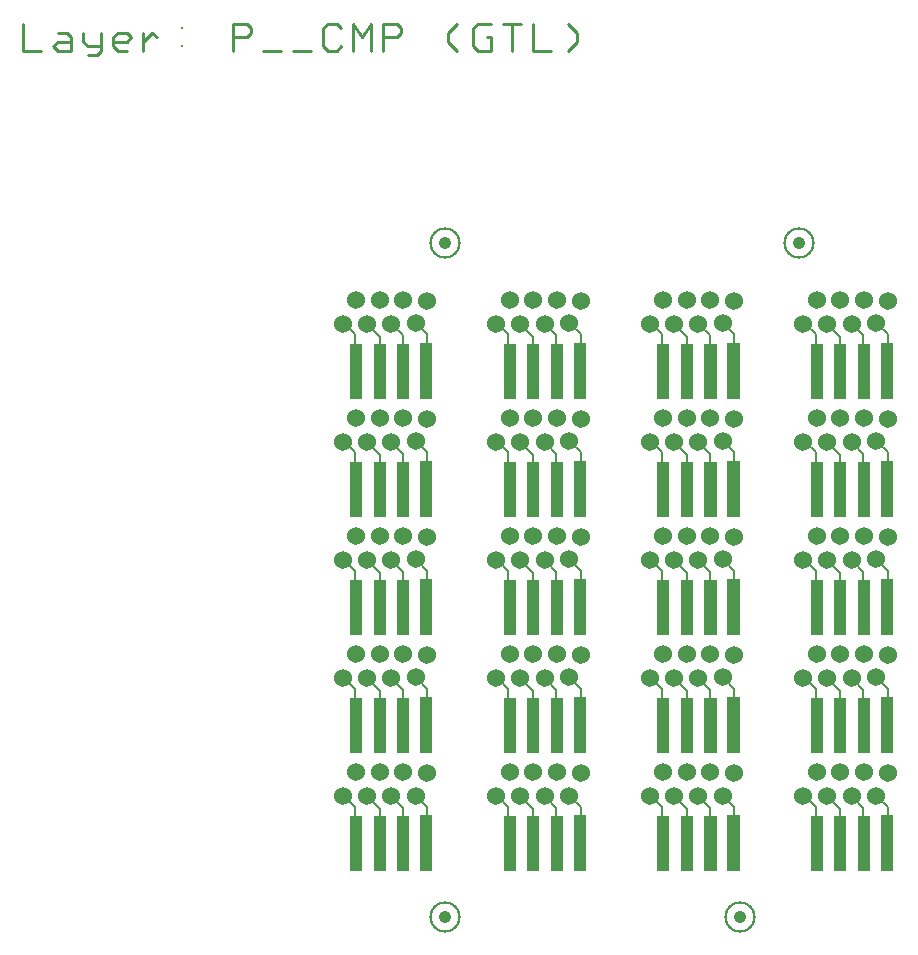
<source format=gtl>
*
%FSTAX26Y26*%
%MOIN*%
%ADD10C,0.007000*%
%ADD11C,0.060275*%
%ADD12C,0.041339*%
%ADD13C,0.104331X0.088583*%
%ADD14C,0.010000*%
%IPPOS*%
%LNp_cmp(gtl)*%
%LPD*%
G75*
G54D10*
X00334646Y00503937D02*
Y00468504D01*
Y00503937D02*
X00297244Y00541339D01*
X00253937Y005D02*
Y00466535D01*
Y005D02*
X00214567Y0053937D01*
X00094488Y00503937D02*
Y00462598D01*
Y00503937D02*
X00059055Y0053937D01*
X00177165Y00496063D02*
Y00470472D01*
Y00496063D02*
X00133858Y0053937D01*
G54D11*
X00098425Y0061811D03*
X00133858Y0053937D03*
X00255906Y0061811D03*
X00297244Y00541339D03*
X00334646Y00616142D03*
X0005315Y0053937D03*
X00177165Y0061811D03*
X00214567Y0053937D03*
G54D10*
X00334646Y00897638D02*
Y00862205D01*
Y00897638D02*
X00297244Y00935039D01*
X00253937Y00893701D02*
Y00860236D01*
Y00893701D02*
X00214567Y00933071D01*
X00094488Y00897638D02*
Y00856299D01*
Y00897638D02*
X00059055Y00933071D01*
X00177165Y00889764D02*
Y00864173D01*
Y00889764D02*
X00133858Y00933071D01*
G54D11*
X00098425Y01011811D03*
X00133858Y00933071D03*
X00255906Y01011811D03*
X00297244Y00935039D03*
X00334646Y01009843D03*
X0005315Y00933071D03*
X00177165Y01011811D03*
X00214567Y00933071D03*
G54D10*
X00334646Y01291339D02*
Y01255906D01*
Y01291339D02*
X00297244Y0132874D01*
X00253937Y01287402D02*
Y01253937D01*
Y01287402D02*
X00214567Y01326772D01*
X00094488Y01291339D02*
Y0125D01*
Y01291339D02*
X00059055Y01326772D01*
X00177165Y01283465D02*
Y01257874D01*
Y01283465D02*
X00133858Y01326772D01*
G54D11*
X00098425Y01405512D03*
X00133858Y01326772D03*
X00255906Y01405512D03*
X00297244Y0132874D03*
X00334646Y01403543D03*
X0005315Y01326772D03*
X00177165Y01405512D03*
X00214567Y01326772D03*
G54D10*
X00334646Y01685039D02*
Y01649606D01*
Y01685039D02*
X00297244Y01722441D01*
X00253937Y01681102D02*
Y01647638D01*
Y01681102D02*
X00214567Y01720472D01*
X00094488Y01685039D02*
Y01643701D01*
Y01685039D02*
X00059055Y01720472D01*
X00177165Y01677165D02*
Y01651575D01*
Y01677165D02*
X00133858Y01720472D01*
G54D11*
X00098425Y01799213D03*
X00133858Y01720472D03*
X00255906Y01799213D03*
X00297244Y01722441D03*
X00334646Y01797244D03*
X0005315Y01720472D03*
X00177165Y01799213D03*
X00214567Y01720472D03*
G54D10*
X00334646Y0207874D02*
Y02043307D01*
Y0207874D02*
X00297244Y02116142D01*
X00253937Y02074803D02*
Y02041339D01*
Y02074803D02*
X00214567Y02114173D01*
X00094488Y0207874D02*
Y02037402D01*
Y0207874D02*
X00059055Y02114173D01*
X00177165Y02070866D02*
Y02045276D01*
Y02070866D02*
X00133858Y02114173D01*
G54D11*
X00098425Y02192913D03*
X00133858Y02114173D03*
X00255906Y02192913D03*
X00297244Y02116142D03*
X00334646Y02190945D03*
X0005315Y02114173D03*
X00177165Y02192913D03*
X00214567Y02114173D03*
G54D10*
X00846457Y00503937D02*
Y00468504D01*
Y00503937D02*
X00809055Y00541339D01*
X00765748Y005D02*
Y00466535D01*
Y005D02*
X00726378Y0053937D01*
X00606299Y00503937D02*
Y00462598D01*
Y00503937D02*
X00570866Y0053937D01*
X00688976Y00496063D02*
Y00470472D01*
Y00496063D02*
X00645669Y0053937D01*
G54D11*
X00610236Y0061811D03*
X00645669Y0053937D03*
X00767717Y0061811D03*
X00809055Y00541339D03*
X00846457Y00616142D03*
X00564961Y0053937D03*
X00688976Y0061811D03*
X00726378Y0053937D03*
G54D10*
X00846457Y00897638D02*
Y00862205D01*
Y00897638D02*
X00809055Y00935039D01*
X00765748Y00893701D02*
Y00860236D01*
Y00893701D02*
X00726378Y00933071D01*
X00606299Y00897638D02*
Y00856299D01*
Y00897638D02*
X00570866Y00933071D01*
X00688976Y00889764D02*
Y00864173D01*
Y00889764D02*
X00645669Y00933071D01*
G54D11*
X00610236Y01011811D03*
X00645669Y00933071D03*
X00767717Y01011811D03*
X00809055Y00935039D03*
X00846457Y01009843D03*
X00564961Y00933071D03*
X00688976Y01011811D03*
X00726378Y00933071D03*
G54D10*
X00846457Y01291339D02*
Y01255906D01*
Y01291339D02*
X00809055Y0132874D01*
X00765748Y01287402D02*
Y01253937D01*
Y01287402D02*
X00726378Y01326772D01*
X00606299Y01291339D02*
Y0125D01*
Y01291339D02*
X00570866Y01326772D01*
X00688976Y01283465D02*
Y01257874D01*
Y01283465D02*
X00645669Y01326772D01*
G54D11*
X00610236Y01405512D03*
X00645669Y01326772D03*
X00767717Y01405512D03*
X00809055Y0132874D03*
X00846457Y01403543D03*
X00564961Y01326772D03*
X00688976Y01405512D03*
X00726378Y01326772D03*
G54D10*
X00846457Y01685039D02*
Y01649606D01*
Y01685039D02*
X00809055Y01722441D01*
X00765748Y01681102D02*
Y01647638D01*
Y01681102D02*
X00726378Y01720472D01*
X00606299Y01685039D02*
Y01643701D01*
Y01685039D02*
X00570866Y01720472D01*
X00688976Y01677165D02*
Y01651575D01*
Y01677165D02*
X00645669Y01720472D01*
G54D11*
X00610236Y01799213D03*
X00645669Y01720472D03*
X00767717Y01799213D03*
X00809055Y01722441D03*
X00846457Y01797244D03*
X00564961Y01720472D03*
X00688976Y01799213D03*
X00726378Y01720472D03*
G54D10*
X00846457Y0207874D02*
Y02043307D01*
Y0207874D02*
X00809055Y02116142D01*
X00765748Y02074803D02*
Y02041339D01*
Y02074803D02*
X00726378Y02114173D01*
X00606299Y0207874D02*
Y02037402D01*
Y0207874D02*
X00570866Y02114173D01*
X00688976Y02070866D02*
Y02045276D01*
Y02070866D02*
X00645669Y02114173D01*
G54D11*
X00610236Y02192913D03*
X00645669Y02114173D03*
X00767717Y02192913D03*
X00809055Y02116142D03*
X00846457Y02190945D03*
X00564961Y02114173D03*
X00688976Y02192913D03*
X00726378Y02114173D03*
G54D10*
X01358268Y00503937D02*
Y00468504D01*
Y00503937D02*
X01320866Y00541339D01*
X01277559Y005D02*
Y00466535D01*
Y005D02*
X01238189Y0053937D01*
X0111811Y00503937D02*
Y00462598D01*
Y00503937D02*
X01082677Y0053937D01*
X01200787Y00496063D02*
Y00470472D01*
Y00496063D02*
X0115748Y0053937D01*
G54D11*
X01122047Y0061811D03*
X0115748Y0053937D03*
X01279528Y0061811D03*
X01320866Y00541339D03*
X01358268Y00616142D03*
X01076772Y0053937D03*
X01200787Y0061811D03*
X01238189Y0053937D03*
G54D10*
X01358268Y00897638D02*
Y00862205D01*
Y00897638D02*
X01320866Y00935039D01*
X01277559Y00893701D02*
Y00860236D01*
Y00893701D02*
X01238189Y00933071D01*
X0111811Y00897638D02*
Y00856299D01*
Y00897638D02*
X01082677Y00933071D01*
X01200787Y00889764D02*
Y00864173D01*
Y00889764D02*
X0115748Y00933071D01*
G54D11*
X01122047Y01011811D03*
X0115748Y00933071D03*
X01279528Y01011811D03*
X01320866Y00935039D03*
X01358268Y01009843D03*
X01076772Y00933071D03*
X01200787Y01011811D03*
X01238189Y00933071D03*
G54D10*
X01358268Y01291339D02*
Y01255906D01*
Y01291339D02*
X01320866Y0132874D01*
X01277559Y01287402D02*
Y01253937D01*
Y01287402D02*
X01238189Y01326772D01*
X0111811Y01291339D02*
Y0125D01*
Y01291339D02*
X01082677Y01326772D01*
X01200787Y01283465D02*
Y01257874D01*
Y01283465D02*
X0115748Y01326772D01*
G54D11*
X01122047Y01405512D03*
X0115748Y01326772D03*
X01279528Y01405512D03*
X01320866Y0132874D03*
X01358268Y01403543D03*
X01076772Y01326772D03*
X01200787Y01405512D03*
X01238189Y01326772D03*
G54D10*
X01358268Y01685039D02*
Y01649606D01*
Y01685039D02*
X01320866Y01722441D01*
X01277559Y01681102D02*
Y01647638D01*
Y01681102D02*
X01238189Y01720472D01*
X0111811Y01685039D02*
Y01643701D01*
Y01685039D02*
X01082677Y01720472D01*
X01200787Y01677165D02*
Y01651575D01*
Y01677165D02*
X0115748Y01720472D01*
G54D11*
X01122047Y01799213D03*
X0115748Y01720472D03*
X01279528Y01799213D03*
X01320866Y01722441D03*
X01358268Y01797244D03*
X01076772Y01720472D03*
X01200787Y01799213D03*
X01238189Y01720472D03*
G54D10*
X01358268Y0207874D02*
Y02043307D01*
Y0207874D02*
X01320866Y02116142D01*
X01277559Y02074803D02*
Y02041339D01*
Y02074803D02*
X01238189Y02114173D01*
X0111811Y0207874D02*
Y02037402D01*
Y0207874D02*
X01082677Y02114173D01*
X01200787Y02070866D02*
Y02045276D01*
Y02070866D02*
X0115748Y02114173D01*
G54D11*
X01122047Y02192913D03*
X0115748Y02114173D03*
X01279528Y02192913D03*
X01320866Y02116142D03*
X01358268Y02190945D03*
X01076772Y02114173D03*
X01200787Y02192913D03*
X01238189Y02114173D03*
G54D10*
X01870079Y00503937D02*
Y00468504D01*
Y00503937D02*
X01832677Y00541339D01*
X0178937Y005D02*
Y00466535D01*
Y005D02*
X0175Y0053937D01*
X01629921Y00503937D02*
Y00462598D01*
Y00503937D02*
X01594488Y0053937D01*
X01712598Y00496063D02*
Y00470472D01*
Y00496063D02*
X01669291Y0053937D01*
G54D11*
X01633858Y0061811D03*
X01669291Y0053937D03*
X01791339Y0061811D03*
X01832677Y00541339D03*
X01870079Y00616142D03*
X01588583Y0053937D03*
X01712598Y0061811D03*
X0175Y0053937D03*
G54D10*
X01870079Y00897638D02*
Y00862205D01*
Y00897638D02*
X01832677Y00935039D01*
X0178937Y00893701D02*
Y00860236D01*
Y00893701D02*
X0175Y00933071D01*
X01629921Y00897638D02*
Y00856299D01*
Y00897638D02*
X01594488Y00933071D01*
X01712598Y00889764D02*
Y00864173D01*
Y00889764D02*
X01669291Y00933071D01*
G54D11*
X01633858Y01011811D03*
X01669291Y00933071D03*
X01791339Y01011811D03*
X01832677Y00935039D03*
X01870079Y01009843D03*
X01588583Y00933071D03*
X01712598Y01011811D03*
X0175Y00933071D03*
G54D10*
X01870079Y01291339D02*
Y01255906D01*
Y01291339D02*
X01832677Y0132874D01*
X0178937Y01287402D02*
Y01253937D01*
Y01287402D02*
X0175Y01326772D01*
X01629921Y01291339D02*
Y0125D01*
Y01291339D02*
X01594488Y01326772D01*
X01712598Y01283465D02*
Y01257874D01*
Y01283465D02*
X01669291Y01326772D01*
G54D11*
X01633858Y01405512D03*
X01669291Y01326772D03*
X01791339Y01405512D03*
X01832677Y0132874D03*
X01870079Y01403543D03*
X01588583Y01326772D03*
X01712598Y01405512D03*
X0175Y01326772D03*
G54D10*
X01870079Y01685039D02*
Y01649606D01*
Y01685039D02*
X01832677Y01722441D01*
X0178937Y01681102D02*
Y01647638D01*
Y01681102D02*
X0175Y01720472D01*
X01629921Y01685039D02*
Y01643701D01*
Y01685039D02*
X01594488Y01720472D01*
X01712598Y01677165D02*
Y01651575D01*
Y01677165D02*
X01669291Y01720472D01*
G54D11*
X01633858Y01799213D03*
X01669291Y01720472D03*
X01791339Y01799213D03*
X01832677Y01722441D03*
X01870079Y01797244D03*
X01588583Y01720472D03*
X01712598Y01799213D03*
X0175Y01720472D03*
G54D10*
X01870079Y0207874D02*
Y02043307D01*
Y0207874D02*
X01832677Y02116142D01*
X0178937Y02074803D02*
Y02041339D01*
Y02074803D02*
X0175Y02114173D01*
X01629921Y0207874D02*
Y02037402D01*
Y0207874D02*
X01594488Y02114173D01*
X01712598Y02070866D02*
Y02045276D01*
Y02070866D02*
X01669291Y02114173D01*
G54D11*
X01633858Y02192913D03*
X01669291Y02114173D03*
X01791339Y02192913D03*
X01832677Y02116142D03*
X01870079Y02190945D03*
X01588583Y02114173D03*
X01712598Y02192913D03*
X0175Y02114173D03*
G54D12*
X00393701Y00137795D03*
G54D13*
D03*
G54D12*
X01377953D03*
G54D13*
D03*
G54D12*
X00393701Y0238189D03*
G54D13*
D03*
G54D12*
X01574803D03*
G54D13*
D03*
G54D14*
X-01010749Y03114089D02*
Y03024685D01*
X-00951146D01*
X-00895848Y03084288D02*
X-00866047D01*
X-00851146Y03069387D01*
Y03024685D01*
X-00895848D01*
X-00910749Y03039586D01*
X-00895848Y03054486D01*
X-00851146D01*
X-00810749Y03084288D02*
Y03054486D01*
X-00795848Y03039586D01*
X-00751146D01*
Y03084288D02*
Y03024685D01*
X-00766047Y03009784D01*
X-00795848D01*
X-00666047Y03024685D02*
X-00695848D01*
X-00710749Y03039586D01*
Y03069387D01*
X-00695848Y03084288D01*
X-00666047D01*
X-00651146Y03069387D01*
X-00666047Y03054486D01*
X-00710749D01*
X-00610749Y03084288D02*
Y03024685D01*
Y03054486D02*
X-00580948Y03084288D01*
X-00566047Y03069387D01*
X-00480948Y03039586D03*
Y03099188D03*
X-00310749Y03024685D02*
Y03114089D01*
X-00266047D01*
X-00251146Y03099188D01*
Y03084288D01*
X-00266047Y03069387D01*
X-00310749D01*
X-00210749Y03024685D02*
X-00151146D01*
X-00110749D02*
X-00051146D01*
X00048854Y03039586D02*
X00033953Y03024685D01*
X00004152D01*
X-00010749Y03039586D01*
Y03099188D01*
X00004152Y03114089D01*
X00033953D01*
X00048854Y03099188D01*
X00089251Y03024685D02*
Y03114089D01*
X00119052Y03069387D01*
X00148854Y03114089D01*
Y03024685D01*
X00189251D02*
Y03114089D01*
X00233953D01*
X00248854Y03099188D01*
Y03084288D01*
X00233953Y03069387D01*
X00189251D01*
X00433953Y03024685D02*
X00404152Y03054486D01*
Y03084288D01*
X00433953Y03114089D01*
X00504152D02*
X00548854D01*
X00504152D02*
X00489251Y03099188D01*
Y03039586D01*
X00504152Y03024685D01*
X00548854D01*
Y03069387D01*
X00533953D01*
X00589251Y03114089D02*
X00648854D01*
X00619052D02*
Y03024685D01*
X00689251Y03114089D02*
Y03024685D01*
X00748854D01*
X00804152D02*
X00833953Y03054486D01*
Y03084288D01*
X00804152Y03114089D01*
G36*
X0007824Y00289591D02*
Y00472941D01*
X0011861D01*
Y00289591D01*
X0007824D01*
G37*
G36*
Y00683291D02*
Y00866641D01*
X0011861D01*
Y00683291D01*
X0007824D01*
G37*
G36*
Y01076992D02*
Y01260342D01*
X0011861D01*
Y01076992D01*
X0007824D01*
G37*
G36*
Y01470693D02*
Y01654043D01*
X0011861D01*
Y01470693D01*
X0007824D01*
G37*
G36*
Y01864394D02*
Y02047744D01*
X0011861D01*
Y01864394D01*
X0007824D01*
G37*
G36*
X0015698Y00289591D02*
Y00472941D01*
X0019735D01*
Y00289591D01*
X0015698D01*
G37*
G36*
Y00683291D02*
Y00866641D01*
X0019735D01*
Y00683291D01*
X0015698D01*
G37*
G36*
Y01076992D02*
Y01260342D01*
X0019735D01*
Y01076992D01*
X0015698D01*
G37*
G36*
Y01470693D02*
Y01654043D01*
X0019735D01*
Y01470693D01*
X0015698D01*
G37*
G36*
Y01864394D02*
Y02047744D01*
X0019735D01*
Y01864394D01*
X0015698D01*
G37*
G36*
X00235721Y00289591D02*
Y00472941D01*
X0027609D01*
Y00289591D01*
X00235721D01*
G37*
G36*
Y00683291D02*
Y00866641D01*
X0027609D01*
Y00683291D01*
X00235721D01*
G37*
G36*
Y01076992D02*
Y01260342D01*
X0027609D01*
Y01076992D01*
X00235721D01*
G37*
G36*
Y01470693D02*
Y01654043D01*
X0027609D01*
Y01470693D01*
X00235721D01*
G37*
G36*
Y01864394D02*
Y02047744D01*
X0027609D01*
Y01864394D01*
X00235721D01*
G37*
G36*
X00312492Y00289591D02*
Y00474909D01*
X00352862D01*
Y00289591D01*
X00312492D01*
G37*
G36*
Y00683291D02*
Y0086861D01*
X00352862D01*
Y00683291D01*
X00312492D01*
G37*
G36*
Y01076992D02*
Y01262311D01*
X00352862D01*
Y01076992D01*
X00312492D01*
G37*
G36*
Y01470693D02*
Y01656012D01*
X00352862D01*
Y01470693D01*
X00312492D01*
G37*
G36*
Y01864394D02*
Y02049712D01*
X00352862D01*
Y01864394D01*
X00312492D01*
G37*
G36*
X00590051Y00289591D02*
Y00472941D01*
X00630421D01*
Y00289591D01*
X00590051D01*
G37*
G36*
Y00683291D02*
Y00866641D01*
X00630421D01*
Y00683291D01*
X00590051D01*
G37*
G36*
Y01076992D02*
Y01260342D01*
X00630421D01*
Y01076992D01*
X00590051D01*
G37*
G36*
Y01470693D02*
Y01654043D01*
X00630421D01*
Y01470693D01*
X00590051D01*
G37*
G36*
Y01864394D02*
Y02047744D01*
X00630421D01*
Y01864394D01*
X00590051D01*
G37*
G36*
X00668791Y00289591D02*
Y00472941D01*
X00709161D01*
Y00289591D01*
X00668791D01*
G37*
G36*
Y00683291D02*
Y00866641D01*
X00709161D01*
Y00683291D01*
X00668791D01*
G37*
G36*
Y01076992D02*
Y01260342D01*
X00709161D01*
Y01076992D01*
X00668791D01*
G37*
G36*
Y01470693D02*
Y01654043D01*
X00709161D01*
Y01470693D01*
X00668791D01*
G37*
G36*
Y01864394D02*
Y02047744D01*
X00709161D01*
Y01864394D01*
X00668791D01*
G37*
G36*
X00747532Y00289591D02*
Y00472941D01*
X00787901D01*
Y00289591D01*
X00747532D01*
G37*
G36*
Y00683291D02*
Y00866641D01*
X00787901D01*
Y00683291D01*
X00747532D01*
G37*
G36*
Y01076992D02*
Y01260342D01*
X00787901D01*
Y01076992D01*
X00747532D01*
G37*
G36*
Y01470693D02*
Y01654043D01*
X00787901D01*
Y01470693D01*
X00747532D01*
G37*
G36*
Y01864394D02*
Y02047744D01*
X00787901D01*
Y01864394D01*
X00747532D01*
G37*
G36*
X00824303Y00289591D02*
Y00474909D01*
X00864673D01*
Y00289591D01*
X00824303D01*
G37*
G36*
Y00683291D02*
Y0086861D01*
X00864673D01*
Y00683291D01*
X00824303D01*
G37*
G36*
Y01076992D02*
Y01262311D01*
X00864673D01*
Y01076992D01*
X00824303D01*
G37*
G36*
Y01470693D02*
Y01656012D01*
X00864673D01*
Y01470693D01*
X00824303D01*
G37*
G36*
Y01864394D02*
Y02049712D01*
X00864673D01*
Y01864394D01*
X00824303D01*
G37*
G36*
X01101862Y00289591D02*
Y00472941D01*
X01142232D01*
Y00289591D01*
X01101862D01*
G37*
G36*
Y00683291D02*
Y00866641D01*
X01142232D01*
Y00683291D01*
X01101862D01*
G37*
G36*
Y01076992D02*
Y01260342D01*
X01142232D01*
Y01076992D01*
X01101862D01*
G37*
G36*
Y01470693D02*
Y01654043D01*
X01142232D01*
Y01470693D01*
X01101862D01*
G37*
G36*
Y01864394D02*
Y02047744D01*
X01142232D01*
Y01864394D01*
X01101862D01*
G37*
G36*
X01180602Y00289591D02*
Y00472941D01*
X01220972D01*
Y00289591D01*
X01180602D01*
G37*
G36*
Y00683291D02*
Y00866641D01*
X01220972D01*
Y00683291D01*
X01180602D01*
G37*
G36*
Y01076992D02*
Y01260342D01*
X01220972D01*
Y01076992D01*
X01180602D01*
G37*
G36*
Y01470693D02*
Y01654043D01*
X01220972D01*
Y01470693D01*
X01180602D01*
G37*
G36*
Y01864394D02*
Y02047744D01*
X01220972D01*
Y01864394D01*
X01180602D01*
G37*
G36*
X01259343Y00289591D02*
Y00472941D01*
X01299713D01*
Y00289591D01*
X01259343D01*
G37*
G36*
Y00683291D02*
Y00866641D01*
X01299713D01*
Y00683291D01*
X01259343D01*
G37*
G36*
Y01076992D02*
Y01260342D01*
X01299713D01*
Y01076992D01*
X01259343D01*
G37*
G36*
Y01470693D02*
Y01654043D01*
X01299713D01*
Y01470693D01*
X01259343D01*
G37*
G36*
Y01864394D02*
Y02047744D01*
X01299713D01*
Y01864394D01*
X01259343D01*
G37*
G36*
X01336114Y00289591D02*
Y00474909D01*
X01376484D01*
Y00289591D01*
X01336114D01*
G37*
G36*
Y00683291D02*
Y0086861D01*
X01376484D01*
Y00683291D01*
X01336114D01*
G37*
G36*
Y01076992D02*
Y01262311D01*
X01376484D01*
Y01076992D01*
X01336114D01*
G37*
G36*
Y01470693D02*
Y01656012D01*
X01376484D01*
Y01470693D01*
X01336114D01*
G37*
G36*
Y01864394D02*
Y02049712D01*
X01376484D01*
Y01864394D01*
X01336114D01*
G37*
G36*
X01613673Y00289591D02*
Y00472941D01*
X01654043D01*
Y00289591D01*
X01613673D01*
G37*
G36*
Y00683291D02*
Y00866641D01*
X01654043D01*
Y00683291D01*
X01613673D01*
G37*
G36*
Y01076992D02*
Y01260342D01*
X01654043D01*
Y01076992D01*
X01613673D01*
G37*
G36*
Y01470693D02*
Y01654043D01*
X01654043D01*
Y01470693D01*
X01613673D01*
G37*
G36*
Y01864394D02*
Y02047744D01*
X01654043D01*
Y01864394D01*
X01613673D01*
G37*
G36*
X01692413Y00289591D02*
Y00472941D01*
X01732783D01*
Y00289591D01*
X01692413D01*
G37*
G36*
Y00683291D02*
Y00866641D01*
X01732783D01*
Y00683291D01*
X01692413D01*
G37*
G36*
Y01076992D02*
Y01260342D01*
X01732783D01*
Y01076992D01*
X01692413D01*
G37*
G36*
Y01470693D02*
Y01654043D01*
X01732783D01*
Y01470693D01*
X01692413D01*
G37*
G36*
Y01864394D02*
Y02047744D01*
X01732783D01*
Y01864394D01*
X01692413D01*
G37*
G36*
X01771154Y00289591D02*
Y00472941D01*
X01811524D01*
Y00289591D01*
X01771154D01*
G37*
G36*
Y00683291D02*
Y00866641D01*
X01811524D01*
Y00683291D01*
X01771154D01*
G37*
G36*
Y01076992D02*
Y01260342D01*
X01811524D01*
Y01076992D01*
X01771154D01*
G37*
G36*
Y01470693D02*
Y01654043D01*
X01811524D01*
Y01470693D01*
X01771154D01*
G37*
G36*
Y01864394D02*
Y02047744D01*
X01811524D01*
Y01864394D01*
X01771154D01*
G37*
G36*
X01847925Y00289591D02*
Y00474909D01*
X01888295D01*
Y00289591D01*
X01847925D01*
G37*
G36*
Y00683291D02*
Y0086861D01*
X01888295D01*
Y00683291D01*
X01847925D01*
G37*
G36*
Y01076992D02*
Y01262311D01*
X01888295D01*
Y01076992D01*
X01847925D01*
G37*
G36*
Y01470693D02*
Y01656012D01*
X01888295D01*
Y01470693D01*
X01847925D01*
G37*
G36*
Y01864394D02*
Y02049712D01*
X01888295D01*
Y01864394D01*
X01847925D01*
G37*
M02*

</source>
